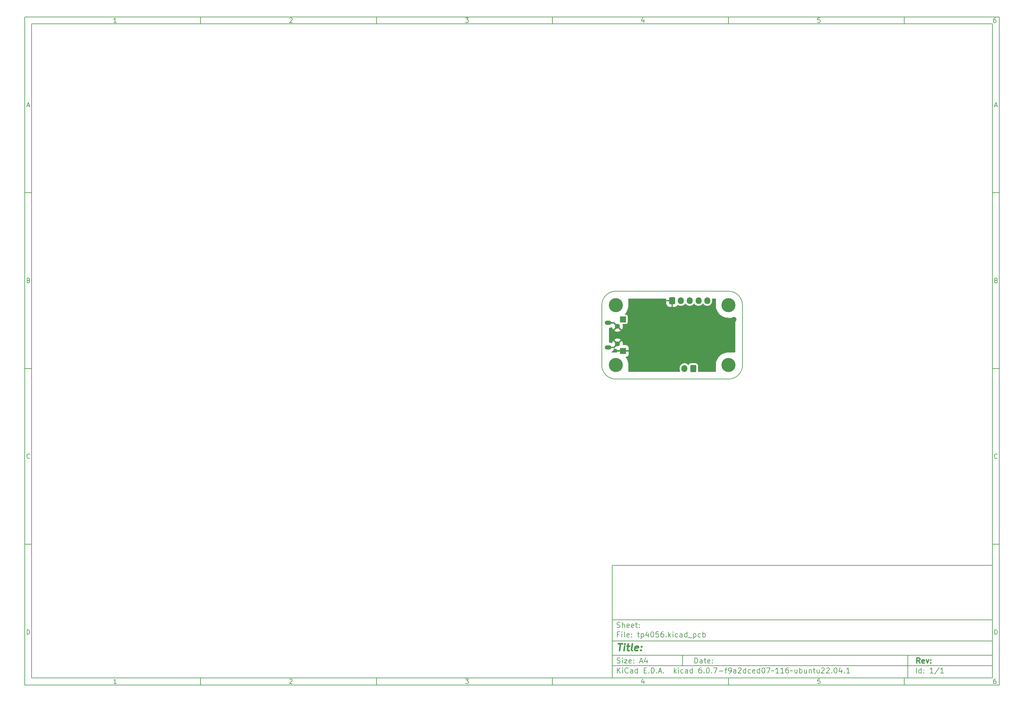
<source format=gbr>
%TF.GenerationSoftware,KiCad,Pcbnew,6.0.7-f9a2dced07~116~ubuntu22.04.1*%
%TF.CreationDate,2022-09-07T10:58:27-03:00*%
%TF.ProjectId,tp4056,74703430-3536-42e6-9b69-6361645f7063,rev?*%
%TF.SameCoordinates,Original*%
%TF.FileFunction,Copper,L2,Bot*%
%TF.FilePolarity,Positive*%
%FSLAX46Y46*%
G04 Gerber Fmt 4.6, Leading zero omitted, Abs format (unit mm)*
G04 Created by KiCad (PCBNEW 6.0.7-f9a2dced07~116~ubuntu22.04.1) date 2022-09-07 10:58:27*
%MOMM*%
%LPD*%
G01*
G04 APERTURE LIST*
G04 Aperture macros list*
%AMRoundRect*
0 Rectangle with rounded corners*
0 $1 Rounding radius*
0 $2 $3 $4 $5 $6 $7 $8 $9 X,Y pos of 4 corners*
0 Add a 4 corners polygon primitive as box body*
4,1,4,$2,$3,$4,$5,$6,$7,$8,$9,$2,$3,0*
0 Add four circle primitives for the rounded corners*
1,1,$1+$1,$2,$3*
1,1,$1+$1,$4,$5*
1,1,$1+$1,$6,$7*
1,1,$1+$1,$8,$9*
0 Add four rect primitives between the rounded corners*
20,1,$1+$1,$2,$3,$4,$5,0*
20,1,$1+$1,$4,$5,$6,$7,0*
20,1,$1+$1,$6,$7,$8,$9,0*
20,1,$1+$1,$8,$9,$2,$3,0*%
G04 Aperture macros list end*
%ADD10C,0.100000*%
%ADD11C,0.150000*%
%ADD12C,0.300000*%
%ADD13C,0.400000*%
%TA.AperFunction,Profile*%
%ADD14C,0.150000*%
%TD*%
%TA.AperFunction,ComponentPad*%
%ADD15O,1.900000X1.200000*%
%TD*%
%TA.AperFunction,ComponentPad*%
%ADD16C,1.450000*%
%TD*%
%TA.AperFunction,ComponentPad*%
%ADD17RoundRect,0.250000X-0.600000X-0.725000X0.600000X-0.725000X0.600000X0.725000X-0.600000X0.725000X0*%
%TD*%
%TA.AperFunction,ComponentPad*%
%ADD18O,1.700000X1.950000*%
%TD*%
%TA.AperFunction,ComponentPad*%
%ADD19R,1.700000X1.700000*%
%TD*%
%TA.AperFunction,ComponentPad*%
%ADD20RoundRect,0.250000X0.600000X0.750000X-0.600000X0.750000X-0.600000X-0.750000X0.600000X-0.750000X0*%
%TD*%
%TA.AperFunction,ComponentPad*%
%ADD21O,1.700000X2.000000*%
%TD*%
%TA.AperFunction,WasherPad*%
%ADD22C,4.000000*%
%TD*%
%TA.AperFunction,ViaPad*%
%ADD23C,1.500000*%
%TD*%
G04 APERTURE END LIST*
D10*
D11*
X177002200Y-166007200D02*
X177002200Y-198007200D01*
X285002200Y-198007200D01*
X285002200Y-166007200D01*
X177002200Y-166007200D01*
D10*
D11*
X10000000Y-10000000D02*
X10000000Y-200007200D01*
X287002200Y-200007200D01*
X287002200Y-10000000D01*
X10000000Y-10000000D01*
D10*
D11*
X12000000Y-12000000D02*
X12000000Y-198007200D01*
X285002200Y-198007200D01*
X285002200Y-12000000D01*
X12000000Y-12000000D01*
D10*
D11*
X60000000Y-12000000D02*
X60000000Y-10000000D01*
D10*
D11*
X110000000Y-12000000D02*
X110000000Y-10000000D01*
D10*
D11*
X160000000Y-12000000D02*
X160000000Y-10000000D01*
D10*
D11*
X210000000Y-12000000D02*
X210000000Y-10000000D01*
D10*
D11*
X260000000Y-12000000D02*
X260000000Y-10000000D01*
D10*
D11*
X36065476Y-11588095D02*
X35322619Y-11588095D01*
X35694047Y-11588095D02*
X35694047Y-10288095D01*
X35570238Y-10473809D01*
X35446428Y-10597619D01*
X35322619Y-10659523D01*
D10*
D11*
X85322619Y-10411904D02*
X85384523Y-10350000D01*
X85508333Y-10288095D01*
X85817857Y-10288095D01*
X85941666Y-10350000D01*
X86003571Y-10411904D01*
X86065476Y-10535714D01*
X86065476Y-10659523D01*
X86003571Y-10845238D01*
X85260714Y-11588095D01*
X86065476Y-11588095D01*
D10*
D11*
X135260714Y-10288095D02*
X136065476Y-10288095D01*
X135632142Y-10783333D01*
X135817857Y-10783333D01*
X135941666Y-10845238D01*
X136003571Y-10907142D01*
X136065476Y-11030952D01*
X136065476Y-11340476D01*
X136003571Y-11464285D01*
X135941666Y-11526190D01*
X135817857Y-11588095D01*
X135446428Y-11588095D01*
X135322619Y-11526190D01*
X135260714Y-11464285D01*
D10*
D11*
X185941666Y-10721428D02*
X185941666Y-11588095D01*
X185632142Y-10226190D02*
X185322619Y-11154761D01*
X186127380Y-11154761D01*
D10*
D11*
X236003571Y-10288095D02*
X235384523Y-10288095D01*
X235322619Y-10907142D01*
X235384523Y-10845238D01*
X235508333Y-10783333D01*
X235817857Y-10783333D01*
X235941666Y-10845238D01*
X236003571Y-10907142D01*
X236065476Y-11030952D01*
X236065476Y-11340476D01*
X236003571Y-11464285D01*
X235941666Y-11526190D01*
X235817857Y-11588095D01*
X235508333Y-11588095D01*
X235384523Y-11526190D01*
X235322619Y-11464285D01*
D10*
D11*
X285941666Y-10288095D02*
X285694047Y-10288095D01*
X285570238Y-10350000D01*
X285508333Y-10411904D01*
X285384523Y-10597619D01*
X285322619Y-10845238D01*
X285322619Y-11340476D01*
X285384523Y-11464285D01*
X285446428Y-11526190D01*
X285570238Y-11588095D01*
X285817857Y-11588095D01*
X285941666Y-11526190D01*
X286003571Y-11464285D01*
X286065476Y-11340476D01*
X286065476Y-11030952D01*
X286003571Y-10907142D01*
X285941666Y-10845238D01*
X285817857Y-10783333D01*
X285570238Y-10783333D01*
X285446428Y-10845238D01*
X285384523Y-10907142D01*
X285322619Y-11030952D01*
D10*
D11*
X60000000Y-198007200D02*
X60000000Y-200007200D01*
D10*
D11*
X110000000Y-198007200D02*
X110000000Y-200007200D01*
D10*
D11*
X160000000Y-198007200D02*
X160000000Y-200007200D01*
D10*
D11*
X210000000Y-198007200D02*
X210000000Y-200007200D01*
D10*
D11*
X260000000Y-198007200D02*
X260000000Y-200007200D01*
D10*
D11*
X36065476Y-199595295D02*
X35322619Y-199595295D01*
X35694047Y-199595295D02*
X35694047Y-198295295D01*
X35570238Y-198481009D01*
X35446428Y-198604819D01*
X35322619Y-198666723D01*
D10*
D11*
X85322619Y-198419104D02*
X85384523Y-198357200D01*
X85508333Y-198295295D01*
X85817857Y-198295295D01*
X85941666Y-198357200D01*
X86003571Y-198419104D01*
X86065476Y-198542914D01*
X86065476Y-198666723D01*
X86003571Y-198852438D01*
X85260714Y-199595295D01*
X86065476Y-199595295D01*
D10*
D11*
X135260714Y-198295295D02*
X136065476Y-198295295D01*
X135632142Y-198790533D01*
X135817857Y-198790533D01*
X135941666Y-198852438D01*
X136003571Y-198914342D01*
X136065476Y-199038152D01*
X136065476Y-199347676D01*
X136003571Y-199471485D01*
X135941666Y-199533390D01*
X135817857Y-199595295D01*
X135446428Y-199595295D01*
X135322619Y-199533390D01*
X135260714Y-199471485D01*
D10*
D11*
X185941666Y-198728628D02*
X185941666Y-199595295D01*
X185632142Y-198233390D02*
X185322619Y-199161961D01*
X186127380Y-199161961D01*
D10*
D11*
X236003571Y-198295295D02*
X235384523Y-198295295D01*
X235322619Y-198914342D01*
X235384523Y-198852438D01*
X235508333Y-198790533D01*
X235817857Y-198790533D01*
X235941666Y-198852438D01*
X236003571Y-198914342D01*
X236065476Y-199038152D01*
X236065476Y-199347676D01*
X236003571Y-199471485D01*
X235941666Y-199533390D01*
X235817857Y-199595295D01*
X235508333Y-199595295D01*
X235384523Y-199533390D01*
X235322619Y-199471485D01*
D10*
D11*
X285941666Y-198295295D02*
X285694047Y-198295295D01*
X285570238Y-198357200D01*
X285508333Y-198419104D01*
X285384523Y-198604819D01*
X285322619Y-198852438D01*
X285322619Y-199347676D01*
X285384523Y-199471485D01*
X285446428Y-199533390D01*
X285570238Y-199595295D01*
X285817857Y-199595295D01*
X285941666Y-199533390D01*
X286003571Y-199471485D01*
X286065476Y-199347676D01*
X286065476Y-199038152D01*
X286003571Y-198914342D01*
X285941666Y-198852438D01*
X285817857Y-198790533D01*
X285570238Y-198790533D01*
X285446428Y-198852438D01*
X285384523Y-198914342D01*
X285322619Y-199038152D01*
D10*
D11*
X10000000Y-60000000D02*
X12000000Y-60000000D01*
D10*
D11*
X10000000Y-110000000D02*
X12000000Y-110000000D01*
D10*
D11*
X10000000Y-160000000D02*
X12000000Y-160000000D01*
D10*
D11*
X10690476Y-35216666D02*
X11309523Y-35216666D01*
X10566666Y-35588095D02*
X11000000Y-34288095D01*
X11433333Y-35588095D01*
D10*
D11*
X11092857Y-84907142D02*
X11278571Y-84969047D01*
X11340476Y-85030952D01*
X11402380Y-85154761D01*
X11402380Y-85340476D01*
X11340476Y-85464285D01*
X11278571Y-85526190D01*
X11154761Y-85588095D01*
X10659523Y-85588095D01*
X10659523Y-84288095D01*
X11092857Y-84288095D01*
X11216666Y-84350000D01*
X11278571Y-84411904D01*
X11340476Y-84535714D01*
X11340476Y-84659523D01*
X11278571Y-84783333D01*
X11216666Y-84845238D01*
X11092857Y-84907142D01*
X10659523Y-84907142D01*
D10*
D11*
X11402380Y-135464285D02*
X11340476Y-135526190D01*
X11154761Y-135588095D01*
X11030952Y-135588095D01*
X10845238Y-135526190D01*
X10721428Y-135402380D01*
X10659523Y-135278571D01*
X10597619Y-135030952D01*
X10597619Y-134845238D01*
X10659523Y-134597619D01*
X10721428Y-134473809D01*
X10845238Y-134350000D01*
X11030952Y-134288095D01*
X11154761Y-134288095D01*
X11340476Y-134350000D01*
X11402380Y-134411904D01*
D10*
D11*
X10659523Y-185588095D02*
X10659523Y-184288095D01*
X10969047Y-184288095D01*
X11154761Y-184350000D01*
X11278571Y-184473809D01*
X11340476Y-184597619D01*
X11402380Y-184845238D01*
X11402380Y-185030952D01*
X11340476Y-185278571D01*
X11278571Y-185402380D01*
X11154761Y-185526190D01*
X10969047Y-185588095D01*
X10659523Y-185588095D01*
D10*
D11*
X287002200Y-60000000D02*
X285002200Y-60000000D01*
D10*
D11*
X287002200Y-110000000D02*
X285002200Y-110000000D01*
D10*
D11*
X287002200Y-160000000D02*
X285002200Y-160000000D01*
D10*
D11*
X285692676Y-35216666D02*
X286311723Y-35216666D01*
X285568866Y-35588095D02*
X286002200Y-34288095D01*
X286435533Y-35588095D01*
D10*
D11*
X286095057Y-84907142D02*
X286280771Y-84969047D01*
X286342676Y-85030952D01*
X286404580Y-85154761D01*
X286404580Y-85340476D01*
X286342676Y-85464285D01*
X286280771Y-85526190D01*
X286156961Y-85588095D01*
X285661723Y-85588095D01*
X285661723Y-84288095D01*
X286095057Y-84288095D01*
X286218866Y-84350000D01*
X286280771Y-84411904D01*
X286342676Y-84535714D01*
X286342676Y-84659523D01*
X286280771Y-84783333D01*
X286218866Y-84845238D01*
X286095057Y-84907142D01*
X285661723Y-84907142D01*
D10*
D11*
X286404580Y-135464285D02*
X286342676Y-135526190D01*
X286156961Y-135588095D01*
X286033152Y-135588095D01*
X285847438Y-135526190D01*
X285723628Y-135402380D01*
X285661723Y-135278571D01*
X285599819Y-135030952D01*
X285599819Y-134845238D01*
X285661723Y-134597619D01*
X285723628Y-134473809D01*
X285847438Y-134350000D01*
X286033152Y-134288095D01*
X286156961Y-134288095D01*
X286342676Y-134350000D01*
X286404580Y-134411904D01*
D10*
D11*
X285661723Y-185588095D02*
X285661723Y-184288095D01*
X285971247Y-184288095D01*
X286156961Y-184350000D01*
X286280771Y-184473809D01*
X286342676Y-184597619D01*
X286404580Y-184845238D01*
X286404580Y-185030952D01*
X286342676Y-185278571D01*
X286280771Y-185402380D01*
X286156961Y-185526190D01*
X285971247Y-185588095D01*
X285661723Y-185588095D01*
D10*
D11*
X200434342Y-193785771D02*
X200434342Y-192285771D01*
X200791485Y-192285771D01*
X201005771Y-192357200D01*
X201148628Y-192500057D01*
X201220057Y-192642914D01*
X201291485Y-192928628D01*
X201291485Y-193142914D01*
X201220057Y-193428628D01*
X201148628Y-193571485D01*
X201005771Y-193714342D01*
X200791485Y-193785771D01*
X200434342Y-193785771D01*
X202577200Y-193785771D02*
X202577200Y-193000057D01*
X202505771Y-192857200D01*
X202362914Y-192785771D01*
X202077200Y-192785771D01*
X201934342Y-192857200D01*
X202577200Y-193714342D02*
X202434342Y-193785771D01*
X202077200Y-193785771D01*
X201934342Y-193714342D01*
X201862914Y-193571485D01*
X201862914Y-193428628D01*
X201934342Y-193285771D01*
X202077200Y-193214342D01*
X202434342Y-193214342D01*
X202577200Y-193142914D01*
X203077200Y-192785771D02*
X203648628Y-192785771D01*
X203291485Y-192285771D02*
X203291485Y-193571485D01*
X203362914Y-193714342D01*
X203505771Y-193785771D01*
X203648628Y-193785771D01*
X204720057Y-193714342D02*
X204577200Y-193785771D01*
X204291485Y-193785771D01*
X204148628Y-193714342D01*
X204077200Y-193571485D01*
X204077200Y-193000057D01*
X204148628Y-192857200D01*
X204291485Y-192785771D01*
X204577200Y-192785771D01*
X204720057Y-192857200D01*
X204791485Y-193000057D01*
X204791485Y-193142914D01*
X204077200Y-193285771D01*
X205434342Y-193642914D02*
X205505771Y-193714342D01*
X205434342Y-193785771D01*
X205362914Y-193714342D01*
X205434342Y-193642914D01*
X205434342Y-193785771D01*
X205434342Y-192857200D02*
X205505771Y-192928628D01*
X205434342Y-193000057D01*
X205362914Y-192928628D01*
X205434342Y-192857200D01*
X205434342Y-193000057D01*
D10*
D11*
X177002200Y-194507200D02*
X285002200Y-194507200D01*
D10*
D11*
X178434342Y-196585771D02*
X178434342Y-195085771D01*
X179291485Y-196585771D02*
X178648628Y-195728628D01*
X179291485Y-195085771D02*
X178434342Y-195942914D01*
X179934342Y-196585771D02*
X179934342Y-195585771D01*
X179934342Y-195085771D02*
X179862914Y-195157200D01*
X179934342Y-195228628D01*
X180005771Y-195157200D01*
X179934342Y-195085771D01*
X179934342Y-195228628D01*
X181505771Y-196442914D02*
X181434342Y-196514342D01*
X181220057Y-196585771D01*
X181077200Y-196585771D01*
X180862914Y-196514342D01*
X180720057Y-196371485D01*
X180648628Y-196228628D01*
X180577200Y-195942914D01*
X180577200Y-195728628D01*
X180648628Y-195442914D01*
X180720057Y-195300057D01*
X180862914Y-195157200D01*
X181077200Y-195085771D01*
X181220057Y-195085771D01*
X181434342Y-195157200D01*
X181505771Y-195228628D01*
X182791485Y-196585771D02*
X182791485Y-195800057D01*
X182720057Y-195657200D01*
X182577200Y-195585771D01*
X182291485Y-195585771D01*
X182148628Y-195657200D01*
X182791485Y-196514342D02*
X182648628Y-196585771D01*
X182291485Y-196585771D01*
X182148628Y-196514342D01*
X182077200Y-196371485D01*
X182077200Y-196228628D01*
X182148628Y-196085771D01*
X182291485Y-196014342D01*
X182648628Y-196014342D01*
X182791485Y-195942914D01*
X184148628Y-196585771D02*
X184148628Y-195085771D01*
X184148628Y-196514342D02*
X184005771Y-196585771D01*
X183720057Y-196585771D01*
X183577200Y-196514342D01*
X183505771Y-196442914D01*
X183434342Y-196300057D01*
X183434342Y-195871485D01*
X183505771Y-195728628D01*
X183577200Y-195657200D01*
X183720057Y-195585771D01*
X184005771Y-195585771D01*
X184148628Y-195657200D01*
X186005771Y-195800057D02*
X186505771Y-195800057D01*
X186720057Y-196585771D02*
X186005771Y-196585771D01*
X186005771Y-195085771D01*
X186720057Y-195085771D01*
X187362914Y-196442914D02*
X187434342Y-196514342D01*
X187362914Y-196585771D01*
X187291485Y-196514342D01*
X187362914Y-196442914D01*
X187362914Y-196585771D01*
X188077200Y-196585771D02*
X188077200Y-195085771D01*
X188434342Y-195085771D01*
X188648628Y-195157200D01*
X188791485Y-195300057D01*
X188862914Y-195442914D01*
X188934342Y-195728628D01*
X188934342Y-195942914D01*
X188862914Y-196228628D01*
X188791485Y-196371485D01*
X188648628Y-196514342D01*
X188434342Y-196585771D01*
X188077200Y-196585771D01*
X189577200Y-196442914D02*
X189648628Y-196514342D01*
X189577200Y-196585771D01*
X189505771Y-196514342D01*
X189577200Y-196442914D01*
X189577200Y-196585771D01*
X190220057Y-196157200D02*
X190934342Y-196157200D01*
X190077200Y-196585771D02*
X190577200Y-195085771D01*
X191077200Y-196585771D01*
X191577200Y-196442914D02*
X191648628Y-196514342D01*
X191577200Y-196585771D01*
X191505771Y-196514342D01*
X191577200Y-196442914D01*
X191577200Y-196585771D01*
X194577200Y-196585771D02*
X194577200Y-195085771D01*
X194720057Y-196014342D02*
X195148628Y-196585771D01*
X195148628Y-195585771D02*
X194577200Y-196157200D01*
X195791485Y-196585771D02*
X195791485Y-195585771D01*
X195791485Y-195085771D02*
X195720057Y-195157200D01*
X195791485Y-195228628D01*
X195862914Y-195157200D01*
X195791485Y-195085771D01*
X195791485Y-195228628D01*
X197148628Y-196514342D02*
X197005771Y-196585771D01*
X196720057Y-196585771D01*
X196577200Y-196514342D01*
X196505771Y-196442914D01*
X196434342Y-196300057D01*
X196434342Y-195871485D01*
X196505771Y-195728628D01*
X196577200Y-195657200D01*
X196720057Y-195585771D01*
X197005771Y-195585771D01*
X197148628Y-195657200D01*
X198434342Y-196585771D02*
X198434342Y-195800057D01*
X198362914Y-195657200D01*
X198220057Y-195585771D01*
X197934342Y-195585771D01*
X197791485Y-195657200D01*
X198434342Y-196514342D02*
X198291485Y-196585771D01*
X197934342Y-196585771D01*
X197791485Y-196514342D01*
X197720057Y-196371485D01*
X197720057Y-196228628D01*
X197791485Y-196085771D01*
X197934342Y-196014342D01*
X198291485Y-196014342D01*
X198434342Y-195942914D01*
X199791485Y-196585771D02*
X199791485Y-195085771D01*
X199791485Y-196514342D02*
X199648628Y-196585771D01*
X199362914Y-196585771D01*
X199220057Y-196514342D01*
X199148628Y-196442914D01*
X199077200Y-196300057D01*
X199077200Y-195871485D01*
X199148628Y-195728628D01*
X199220057Y-195657200D01*
X199362914Y-195585771D01*
X199648628Y-195585771D01*
X199791485Y-195657200D01*
X202291485Y-195085771D02*
X202005771Y-195085771D01*
X201862914Y-195157200D01*
X201791485Y-195228628D01*
X201648628Y-195442914D01*
X201577200Y-195728628D01*
X201577200Y-196300057D01*
X201648628Y-196442914D01*
X201720057Y-196514342D01*
X201862914Y-196585771D01*
X202148628Y-196585771D01*
X202291485Y-196514342D01*
X202362914Y-196442914D01*
X202434342Y-196300057D01*
X202434342Y-195942914D01*
X202362914Y-195800057D01*
X202291485Y-195728628D01*
X202148628Y-195657200D01*
X201862914Y-195657200D01*
X201720057Y-195728628D01*
X201648628Y-195800057D01*
X201577200Y-195942914D01*
X203077200Y-196442914D02*
X203148628Y-196514342D01*
X203077200Y-196585771D01*
X203005771Y-196514342D01*
X203077200Y-196442914D01*
X203077200Y-196585771D01*
X204077200Y-195085771D02*
X204220057Y-195085771D01*
X204362914Y-195157200D01*
X204434342Y-195228628D01*
X204505771Y-195371485D01*
X204577200Y-195657200D01*
X204577200Y-196014342D01*
X204505771Y-196300057D01*
X204434342Y-196442914D01*
X204362914Y-196514342D01*
X204220057Y-196585771D01*
X204077200Y-196585771D01*
X203934342Y-196514342D01*
X203862914Y-196442914D01*
X203791485Y-196300057D01*
X203720057Y-196014342D01*
X203720057Y-195657200D01*
X203791485Y-195371485D01*
X203862914Y-195228628D01*
X203934342Y-195157200D01*
X204077200Y-195085771D01*
X205220057Y-196442914D02*
X205291485Y-196514342D01*
X205220057Y-196585771D01*
X205148628Y-196514342D01*
X205220057Y-196442914D01*
X205220057Y-196585771D01*
X205791485Y-195085771D02*
X206791485Y-195085771D01*
X206148628Y-196585771D01*
X207362914Y-196014342D02*
X208505771Y-196014342D01*
X209005771Y-195585771D02*
X209577200Y-195585771D01*
X209220057Y-196585771D02*
X209220057Y-195300057D01*
X209291485Y-195157200D01*
X209434342Y-195085771D01*
X209577200Y-195085771D01*
X210148628Y-196585771D02*
X210434342Y-196585771D01*
X210577200Y-196514342D01*
X210648628Y-196442914D01*
X210791485Y-196228628D01*
X210862914Y-195942914D01*
X210862914Y-195371485D01*
X210791485Y-195228628D01*
X210720057Y-195157200D01*
X210577200Y-195085771D01*
X210291485Y-195085771D01*
X210148628Y-195157200D01*
X210077200Y-195228628D01*
X210005771Y-195371485D01*
X210005771Y-195728628D01*
X210077200Y-195871485D01*
X210148628Y-195942914D01*
X210291485Y-196014342D01*
X210577200Y-196014342D01*
X210720057Y-195942914D01*
X210791485Y-195871485D01*
X210862914Y-195728628D01*
X212148628Y-196585771D02*
X212148628Y-195800057D01*
X212077200Y-195657200D01*
X211934342Y-195585771D01*
X211648628Y-195585771D01*
X211505771Y-195657200D01*
X212148628Y-196514342D02*
X212005771Y-196585771D01*
X211648628Y-196585771D01*
X211505771Y-196514342D01*
X211434342Y-196371485D01*
X211434342Y-196228628D01*
X211505771Y-196085771D01*
X211648628Y-196014342D01*
X212005771Y-196014342D01*
X212148628Y-195942914D01*
X212791485Y-195228628D02*
X212862914Y-195157200D01*
X213005771Y-195085771D01*
X213362914Y-195085771D01*
X213505771Y-195157200D01*
X213577200Y-195228628D01*
X213648628Y-195371485D01*
X213648628Y-195514342D01*
X213577200Y-195728628D01*
X212720057Y-196585771D01*
X213648628Y-196585771D01*
X214934342Y-196585771D02*
X214934342Y-195085771D01*
X214934342Y-196514342D02*
X214791485Y-196585771D01*
X214505771Y-196585771D01*
X214362914Y-196514342D01*
X214291485Y-196442914D01*
X214220057Y-196300057D01*
X214220057Y-195871485D01*
X214291485Y-195728628D01*
X214362914Y-195657200D01*
X214505771Y-195585771D01*
X214791485Y-195585771D01*
X214934342Y-195657200D01*
X216291485Y-196514342D02*
X216148628Y-196585771D01*
X215862914Y-196585771D01*
X215720057Y-196514342D01*
X215648628Y-196442914D01*
X215577200Y-196300057D01*
X215577200Y-195871485D01*
X215648628Y-195728628D01*
X215720057Y-195657200D01*
X215862914Y-195585771D01*
X216148628Y-195585771D01*
X216291485Y-195657200D01*
X217505771Y-196514342D02*
X217362914Y-196585771D01*
X217077200Y-196585771D01*
X216934342Y-196514342D01*
X216862914Y-196371485D01*
X216862914Y-195800057D01*
X216934342Y-195657200D01*
X217077200Y-195585771D01*
X217362914Y-195585771D01*
X217505771Y-195657200D01*
X217577200Y-195800057D01*
X217577200Y-195942914D01*
X216862914Y-196085771D01*
X218862914Y-196585771D02*
X218862914Y-195085771D01*
X218862914Y-196514342D02*
X218720057Y-196585771D01*
X218434342Y-196585771D01*
X218291485Y-196514342D01*
X218220057Y-196442914D01*
X218148628Y-196300057D01*
X218148628Y-195871485D01*
X218220057Y-195728628D01*
X218291485Y-195657200D01*
X218434342Y-195585771D01*
X218720057Y-195585771D01*
X218862914Y-195657200D01*
X219862914Y-195085771D02*
X220005771Y-195085771D01*
X220148628Y-195157200D01*
X220220057Y-195228628D01*
X220291485Y-195371485D01*
X220362914Y-195657200D01*
X220362914Y-196014342D01*
X220291485Y-196300057D01*
X220220057Y-196442914D01*
X220148628Y-196514342D01*
X220005771Y-196585771D01*
X219862914Y-196585771D01*
X219720057Y-196514342D01*
X219648628Y-196442914D01*
X219577200Y-196300057D01*
X219505771Y-196014342D01*
X219505771Y-195657200D01*
X219577200Y-195371485D01*
X219648628Y-195228628D01*
X219720057Y-195157200D01*
X219862914Y-195085771D01*
X220862914Y-195085771D02*
X221862914Y-195085771D01*
X221220057Y-196585771D01*
X222220057Y-196014342D02*
X222291485Y-195942914D01*
X222434342Y-195871485D01*
X222720057Y-196014342D01*
X222862914Y-195942914D01*
X222934342Y-195871485D01*
X224291485Y-196585771D02*
X223434342Y-196585771D01*
X223862914Y-196585771D02*
X223862914Y-195085771D01*
X223720057Y-195300057D01*
X223577200Y-195442914D01*
X223434342Y-195514342D01*
X225720057Y-196585771D02*
X224862914Y-196585771D01*
X225291485Y-196585771D02*
X225291485Y-195085771D01*
X225148628Y-195300057D01*
X225005771Y-195442914D01*
X224862914Y-195514342D01*
X227005771Y-195085771D02*
X226720057Y-195085771D01*
X226577200Y-195157200D01*
X226505771Y-195228628D01*
X226362914Y-195442914D01*
X226291485Y-195728628D01*
X226291485Y-196300057D01*
X226362914Y-196442914D01*
X226434342Y-196514342D01*
X226577200Y-196585771D01*
X226862914Y-196585771D01*
X227005771Y-196514342D01*
X227077200Y-196442914D01*
X227148628Y-196300057D01*
X227148628Y-195942914D01*
X227077200Y-195800057D01*
X227005771Y-195728628D01*
X226862914Y-195657200D01*
X226577200Y-195657200D01*
X226434342Y-195728628D01*
X226362914Y-195800057D01*
X226291485Y-195942914D01*
X227577199Y-196014342D02*
X227648628Y-195942914D01*
X227791485Y-195871485D01*
X228077199Y-196014342D01*
X228220057Y-195942914D01*
X228291485Y-195871485D01*
X229505771Y-195585771D02*
X229505771Y-196585771D01*
X228862914Y-195585771D02*
X228862914Y-196371485D01*
X228934342Y-196514342D01*
X229077200Y-196585771D01*
X229291485Y-196585771D01*
X229434342Y-196514342D01*
X229505771Y-196442914D01*
X230220057Y-196585771D02*
X230220057Y-195085771D01*
X230220057Y-195657200D02*
X230362914Y-195585771D01*
X230648628Y-195585771D01*
X230791485Y-195657200D01*
X230862914Y-195728628D01*
X230934342Y-195871485D01*
X230934342Y-196300057D01*
X230862914Y-196442914D01*
X230791485Y-196514342D01*
X230648628Y-196585771D01*
X230362914Y-196585771D01*
X230220057Y-196514342D01*
X232220057Y-195585771D02*
X232220057Y-196585771D01*
X231577200Y-195585771D02*
X231577200Y-196371485D01*
X231648628Y-196514342D01*
X231791485Y-196585771D01*
X232005771Y-196585771D01*
X232148628Y-196514342D01*
X232220057Y-196442914D01*
X232934342Y-195585771D02*
X232934342Y-196585771D01*
X232934342Y-195728628D02*
X233005771Y-195657200D01*
X233148628Y-195585771D01*
X233362914Y-195585771D01*
X233505771Y-195657200D01*
X233577200Y-195800057D01*
X233577200Y-196585771D01*
X234077200Y-195585771D02*
X234648628Y-195585771D01*
X234291485Y-195085771D02*
X234291485Y-196371485D01*
X234362914Y-196514342D01*
X234505771Y-196585771D01*
X234648628Y-196585771D01*
X235791485Y-195585771D02*
X235791485Y-196585771D01*
X235148628Y-195585771D02*
X235148628Y-196371485D01*
X235220057Y-196514342D01*
X235362914Y-196585771D01*
X235577200Y-196585771D01*
X235720057Y-196514342D01*
X235791485Y-196442914D01*
X236434342Y-195228628D02*
X236505771Y-195157200D01*
X236648628Y-195085771D01*
X237005771Y-195085771D01*
X237148628Y-195157200D01*
X237220057Y-195228628D01*
X237291485Y-195371485D01*
X237291485Y-195514342D01*
X237220057Y-195728628D01*
X236362914Y-196585771D01*
X237291485Y-196585771D01*
X237862914Y-195228628D02*
X237934342Y-195157200D01*
X238077200Y-195085771D01*
X238434342Y-195085771D01*
X238577200Y-195157200D01*
X238648628Y-195228628D01*
X238720057Y-195371485D01*
X238720057Y-195514342D01*
X238648628Y-195728628D01*
X237791485Y-196585771D01*
X238720057Y-196585771D01*
X239362914Y-196442914D02*
X239434342Y-196514342D01*
X239362914Y-196585771D01*
X239291485Y-196514342D01*
X239362914Y-196442914D01*
X239362914Y-196585771D01*
X240362914Y-195085771D02*
X240505771Y-195085771D01*
X240648628Y-195157200D01*
X240720057Y-195228628D01*
X240791485Y-195371485D01*
X240862914Y-195657200D01*
X240862914Y-196014342D01*
X240791485Y-196300057D01*
X240720057Y-196442914D01*
X240648628Y-196514342D01*
X240505771Y-196585771D01*
X240362914Y-196585771D01*
X240220057Y-196514342D01*
X240148628Y-196442914D01*
X240077200Y-196300057D01*
X240005771Y-196014342D01*
X240005771Y-195657200D01*
X240077200Y-195371485D01*
X240148628Y-195228628D01*
X240220057Y-195157200D01*
X240362914Y-195085771D01*
X242148628Y-195585771D02*
X242148628Y-196585771D01*
X241791485Y-195014342D02*
X241434342Y-196085771D01*
X242362914Y-196085771D01*
X242934342Y-196442914D02*
X243005771Y-196514342D01*
X242934342Y-196585771D01*
X242862914Y-196514342D01*
X242934342Y-196442914D01*
X242934342Y-196585771D01*
X244434342Y-196585771D02*
X243577199Y-196585771D01*
X244005771Y-196585771D02*
X244005771Y-195085771D01*
X243862914Y-195300057D01*
X243720057Y-195442914D01*
X243577199Y-195514342D01*
D10*
D11*
X177002200Y-191507200D02*
X285002200Y-191507200D01*
D10*
D12*
X264411485Y-193785771D02*
X263911485Y-193071485D01*
X263554342Y-193785771D02*
X263554342Y-192285771D01*
X264125771Y-192285771D01*
X264268628Y-192357200D01*
X264340057Y-192428628D01*
X264411485Y-192571485D01*
X264411485Y-192785771D01*
X264340057Y-192928628D01*
X264268628Y-193000057D01*
X264125771Y-193071485D01*
X263554342Y-193071485D01*
X265625771Y-193714342D02*
X265482914Y-193785771D01*
X265197200Y-193785771D01*
X265054342Y-193714342D01*
X264982914Y-193571485D01*
X264982914Y-193000057D01*
X265054342Y-192857200D01*
X265197200Y-192785771D01*
X265482914Y-192785771D01*
X265625771Y-192857200D01*
X265697200Y-193000057D01*
X265697200Y-193142914D01*
X264982914Y-193285771D01*
X266197200Y-192785771D02*
X266554342Y-193785771D01*
X266911485Y-192785771D01*
X267482914Y-193642914D02*
X267554342Y-193714342D01*
X267482914Y-193785771D01*
X267411485Y-193714342D01*
X267482914Y-193642914D01*
X267482914Y-193785771D01*
X267482914Y-192857200D02*
X267554342Y-192928628D01*
X267482914Y-193000057D01*
X267411485Y-192928628D01*
X267482914Y-192857200D01*
X267482914Y-193000057D01*
D10*
D11*
X178362914Y-193714342D02*
X178577200Y-193785771D01*
X178934342Y-193785771D01*
X179077200Y-193714342D01*
X179148628Y-193642914D01*
X179220057Y-193500057D01*
X179220057Y-193357200D01*
X179148628Y-193214342D01*
X179077200Y-193142914D01*
X178934342Y-193071485D01*
X178648628Y-193000057D01*
X178505771Y-192928628D01*
X178434342Y-192857200D01*
X178362914Y-192714342D01*
X178362914Y-192571485D01*
X178434342Y-192428628D01*
X178505771Y-192357200D01*
X178648628Y-192285771D01*
X179005771Y-192285771D01*
X179220057Y-192357200D01*
X179862914Y-193785771D02*
X179862914Y-192785771D01*
X179862914Y-192285771D02*
X179791485Y-192357200D01*
X179862914Y-192428628D01*
X179934342Y-192357200D01*
X179862914Y-192285771D01*
X179862914Y-192428628D01*
X180434342Y-192785771D02*
X181220057Y-192785771D01*
X180434342Y-193785771D01*
X181220057Y-193785771D01*
X182362914Y-193714342D02*
X182220057Y-193785771D01*
X181934342Y-193785771D01*
X181791485Y-193714342D01*
X181720057Y-193571485D01*
X181720057Y-193000057D01*
X181791485Y-192857200D01*
X181934342Y-192785771D01*
X182220057Y-192785771D01*
X182362914Y-192857200D01*
X182434342Y-193000057D01*
X182434342Y-193142914D01*
X181720057Y-193285771D01*
X183077200Y-193642914D02*
X183148628Y-193714342D01*
X183077200Y-193785771D01*
X183005771Y-193714342D01*
X183077200Y-193642914D01*
X183077200Y-193785771D01*
X183077200Y-192857200D02*
X183148628Y-192928628D01*
X183077200Y-193000057D01*
X183005771Y-192928628D01*
X183077200Y-192857200D01*
X183077200Y-193000057D01*
X184862914Y-193357200D02*
X185577200Y-193357200D01*
X184720057Y-193785771D02*
X185220057Y-192285771D01*
X185720057Y-193785771D01*
X186862914Y-192785771D02*
X186862914Y-193785771D01*
X186505771Y-192214342D02*
X186148628Y-193285771D01*
X187077200Y-193285771D01*
D10*
D11*
X263434342Y-196585771D02*
X263434342Y-195085771D01*
X264791485Y-196585771D02*
X264791485Y-195085771D01*
X264791485Y-196514342D02*
X264648628Y-196585771D01*
X264362914Y-196585771D01*
X264220057Y-196514342D01*
X264148628Y-196442914D01*
X264077200Y-196300057D01*
X264077200Y-195871485D01*
X264148628Y-195728628D01*
X264220057Y-195657200D01*
X264362914Y-195585771D01*
X264648628Y-195585771D01*
X264791485Y-195657200D01*
X265505771Y-196442914D02*
X265577200Y-196514342D01*
X265505771Y-196585771D01*
X265434342Y-196514342D01*
X265505771Y-196442914D01*
X265505771Y-196585771D01*
X265505771Y-195657200D02*
X265577200Y-195728628D01*
X265505771Y-195800057D01*
X265434342Y-195728628D01*
X265505771Y-195657200D01*
X265505771Y-195800057D01*
X268148628Y-196585771D02*
X267291485Y-196585771D01*
X267720057Y-196585771D02*
X267720057Y-195085771D01*
X267577200Y-195300057D01*
X267434342Y-195442914D01*
X267291485Y-195514342D01*
X269862914Y-195014342D02*
X268577200Y-196942914D01*
X271148628Y-196585771D02*
X270291485Y-196585771D01*
X270720057Y-196585771D02*
X270720057Y-195085771D01*
X270577200Y-195300057D01*
X270434342Y-195442914D01*
X270291485Y-195514342D01*
D10*
D11*
X177002200Y-187507200D02*
X285002200Y-187507200D01*
D10*
D13*
X178714580Y-188211961D02*
X179857438Y-188211961D01*
X179036009Y-190211961D02*
X179286009Y-188211961D01*
X180274104Y-190211961D02*
X180440771Y-188878628D01*
X180524104Y-188211961D02*
X180416961Y-188307200D01*
X180500295Y-188402438D01*
X180607438Y-188307200D01*
X180524104Y-188211961D01*
X180500295Y-188402438D01*
X181107438Y-188878628D02*
X181869342Y-188878628D01*
X181476485Y-188211961D02*
X181262200Y-189926247D01*
X181333628Y-190116723D01*
X181512200Y-190211961D01*
X181702676Y-190211961D01*
X182655057Y-190211961D02*
X182476485Y-190116723D01*
X182405057Y-189926247D01*
X182619342Y-188211961D01*
X184190771Y-190116723D02*
X183988390Y-190211961D01*
X183607438Y-190211961D01*
X183428866Y-190116723D01*
X183357438Y-189926247D01*
X183452676Y-189164342D01*
X183571723Y-188973866D01*
X183774104Y-188878628D01*
X184155057Y-188878628D01*
X184333628Y-188973866D01*
X184405057Y-189164342D01*
X184381247Y-189354819D01*
X183405057Y-189545295D01*
X185155057Y-190021485D02*
X185238390Y-190116723D01*
X185131247Y-190211961D01*
X185047914Y-190116723D01*
X185155057Y-190021485D01*
X185131247Y-190211961D01*
X185286009Y-188973866D02*
X185369342Y-189069104D01*
X185262200Y-189164342D01*
X185178866Y-189069104D01*
X185286009Y-188973866D01*
X185262200Y-189164342D01*
D10*
D11*
X178934342Y-185600057D02*
X178434342Y-185600057D01*
X178434342Y-186385771D02*
X178434342Y-184885771D01*
X179148628Y-184885771D01*
X179720057Y-186385771D02*
X179720057Y-185385771D01*
X179720057Y-184885771D02*
X179648628Y-184957200D01*
X179720057Y-185028628D01*
X179791485Y-184957200D01*
X179720057Y-184885771D01*
X179720057Y-185028628D01*
X180648628Y-186385771D02*
X180505771Y-186314342D01*
X180434342Y-186171485D01*
X180434342Y-184885771D01*
X181791485Y-186314342D02*
X181648628Y-186385771D01*
X181362914Y-186385771D01*
X181220057Y-186314342D01*
X181148628Y-186171485D01*
X181148628Y-185600057D01*
X181220057Y-185457200D01*
X181362914Y-185385771D01*
X181648628Y-185385771D01*
X181791485Y-185457200D01*
X181862914Y-185600057D01*
X181862914Y-185742914D01*
X181148628Y-185885771D01*
X182505771Y-186242914D02*
X182577200Y-186314342D01*
X182505771Y-186385771D01*
X182434342Y-186314342D01*
X182505771Y-186242914D01*
X182505771Y-186385771D01*
X182505771Y-185457200D02*
X182577200Y-185528628D01*
X182505771Y-185600057D01*
X182434342Y-185528628D01*
X182505771Y-185457200D01*
X182505771Y-185600057D01*
X184148628Y-185385771D02*
X184720057Y-185385771D01*
X184362914Y-184885771D02*
X184362914Y-186171485D01*
X184434342Y-186314342D01*
X184577200Y-186385771D01*
X184720057Y-186385771D01*
X185220057Y-185385771D02*
X185220057Y-186885771D01*
X185220057Y-185457200D02*
X185362914Y-185385771D01*
X185648628Y-185385771D01*
X185791485Y-185457200D01*
X185862914Y-185528628D01*
X185934342Y-185671485D01*
X185934342Y-186100057D01*
X185862914Y-186242914D01*
X185791485Y-186314342D01*
X185648628Y-186385771D01*
X185362914Y-186385771D01*
X185220057Y-186314342D01*
X187220057Y-185385771D02*
X187220057Y-186385771D01*
X186862914Y-184814342D02*
X186505771Y-185885771D01*
X187434342Y-185885771D01*
X188291485Y-184885771D02*
X188434342Y-184885771D01*
X188577200Y-184957200D01*
X188648628Y-185028628D01*
X188720057Y-185171485D01*
X188791485Y-185457200D01*
X188791485Y-185814342D01*
X188720057Y-186100057D01*
X188648628Y-186242914D01*
X188577200Y-186314342D01*
X188434342Y-186385771D01*
X188291485Y-186385771D01*
X188148628Y-186314342D01*
X188077200Y-186242914D01*
X188005771Y-186100057D01*
X187934342Y-185814342D01*
X187934342Y-185457200D01*
X188005771Y-185171485D01*
X188077200Y-185028628D01*
X188148628Y-184957200D01*
X188291485Y-184885771D01*
X190148628Y-184885771D02*
X189434342Y-184885771D01*
X189362914Y-185600057D01*
X189434342Y-185528628D01*
X189577200Y-185457200D01*
X189934342Y-185457200D01*
X190077200Y-185528628D01*
X190148628Y-185600057D01*
X190220057Y-185742914D01*
X190220057Y-186100057D01*
X190148628Y-186242914D01*
X190077200Y-186314342D01*
X189934342Y-186385771D01*
X189577200Y-186385771D01*
X189434342Y-186314342D01*
X189362914Y-186242914D01*
X191505771Y-184885771D02*
X191220057Y-184885771D01*
X191077200Y-184957200D01*
X191005771Y-185028628D01*
X190862914Y-185242914D01*
X190791485Y-185528628D01*
X190791485Y-186100057D01*
X190862914Y-186242914D01*
X190934342Y-186314342D01*
X191077200Y-186385771D01*
X191362914Y-186385771D01*
X191505771Y-186314342D01*
X191577200Y-186242914D01*
X191648628Y-186100057D01*
X191648628Y-185742914D01*
X191577200Y-185600057D01*
X191505771Y-185528628D01*
X191362914Y-185457200D01*
X191077200Y-185457200D01*
X190934342Y-185528628D01*
X190862914Y-185600057D01*
X190791485Y-185742914D01*
X192291485Y-186242914D02*
X192362914Y-186314342D01*
X192291485Y-186385771D01*
X192220057Y-186314342D01*
X192291485Y-186242914D01*
X192291485Y-186385771D01*
X193005771Y-186385771D02*
X193005771Y-184885771D01*
X193148628Y-185814342D02*
X193577200Y-186385771D01*
X193577200Y-185385771D02*
X193005771Y-185957200D01*
X194220057Y-186385771D02*
X194220057Y-185385771D01*
X194220057Y-184885771D02*
X194148628Y-184957200D01*
X194220057Y-185028628D01*
X194291485Y-184957200D01*
X194220057Y-184885771D01*
X194220057Y-185028628D01*
X195577200Y-186314342D02*
X195434342Y-186385771D01*
X195148628Y-186385771D01*
X195005771Y-186314342D01*
X194934342Y-186242914D01*
X194862914Y-186100057D01*
X194862914Y-185671485D01*
X194934342Y-185528628D01*
X195005771Y-185457200D01*
X195148628Y-185385771D01*
X195434342Y-185385771D01*
X195577200Y-185457200D01*
X196862914Y-186385771D02*
X196862914Y-185600057D01*
X196791485Y-185457200D01*
X196648628Y-185385771D01*
X196362914Y-185385771D01*
X196220057Y-185457200D01*
X196862914Y-186314342D02*
X196720057Y-186385771D01*
X196362914Y-186385771D01*
X196220057Y-186314342D01*
X196148628Y-186171485D01*
X196148628Y-186028628D01*
X196220057Y-185885771D01*
X196362914Y-185814342D01*
X196720057Y-185814342D01*
X196862914Y-185742914D01*
X198220057Y-186385771D02*
X198220057Y-184885771D01*
X198220057Y-186314342D02*
X198077200Y-186385771D01*
X197791485Y-186385771D01*
X197648628Y-186314342D01*
X197577200Y-186242914D01*
X197505771Y-186100057D01*
X197505771Y-185671485D01*
X197577200Y-185528628D01*
X197648628Y-185457200D01*
X197791485Y-185385771D01*
X198077200Y-185385771D01*
X198220057Y-185457200D01*
X198577200Y-186528628D02*
X199720057Y-186528628D01*
X200077200Y-185385771D02*
X200077200Y-186885771D01*
X200077200Y-185457200D02*
X200220057Y-185385771D01*
X200505771Y-185385771D01*
X200648628Y-185457200D01*
X200720057Y-185528628D01*
X200791485Y-185671485D01*
X200791485Y-186100057D01*
X200720057Y-186242914D01*
X200648628Y-186314342D01*
X200505771Y-186385771D01*
X200220057Y-186385771D01*
X200077200Y-186314342D01*
X202077200Y-186314342D02*
X201934342Y-186385771D01*
X201648628Y-186385771D01*
X201505771Y-186314342D01*
X201434342Y-186242914D01*
X201362914Y-186100057D01*
X201362914Y-185671485D01*
X201434342Y-185528628D01*
X201505771Y-185457200D01*
X201648628Y-185385771D01*
X201934342Y-185385771D01*
X202077200Y-185457200D01*
X202720057Y-186385771D02*
X202720057Y-184885771D01*
X202720057Y-185457200D02*
X202862914Y-185385771D01*
X203148628Y-185385771D01*
X203291485Y-185457200D01*
X203362914Y-185528628D01*
X203434342Y-185671485D01*
X203434342Y-186100057D01*
X203362914Y-186242914D01*
X203291485Y-186314342D01*
X203148628Y-186385771D01*
X202862914Y-186385771D01*
X202720057Y-186314342D01*
D10*
D11*
X177002200Y-181507200D02*
X285002200Y-181507200D01*
D10*
D11*
X178362914Y-183614342D02*
X178577200Y-183685771D01*
X178934342Y-183685771D01*
X179077200Y-183614342D01*
X179148628Y-183542914D01*
X179220057Y-183400057D01*
X179220057Y-183257200D01*
X179148628Y-183114342D01*
X179077200Y-183042914D01*
X178934342Y-182971485D01*
X178648628Y-182900057D01*
X178505771Y-182828628D01*
X178434342Y-182757200D01*
X178362914Y-182614342D01*
X178362914Y-182471485D01*
X178434342Y-182328628D01*
X178505771Y-182257200D01*
X178648628Y-182185771D01*
X179005771Y-182185771D01*
X179220057Y-182257200D01*
X179862914Y-183685771D02*
X179862914Y-182185771D01*
X180505771Y-183685771D02*
X180505771Y-182900057D01*
X180434342Y-182757200D01*
X180291485Y-182685771D01*
X180077200Y-182685771D01*
X179934342Y-182757200D01*
X179862914Y-182828628D01*
X181791485Y-183614342D02*
X181648628Y-183685771D01*
X181362914Y-183685771D01*
X181220057Y-183614342D01*
X181148628Y-183471485D01*
X181148628Y-182900057D01*
X181220057Y-182757200D01*
X181362914Y-182685771D01*
X181648628Y-182685771D01*
X181791485Y-182757200D01*
X181862914Y-182900057D01*
X181862914Y-183042914D01*
X181148628Y-183185771D01*
X183077200Y-183614342D02*
X182934342Y-183685771D01*
X182648628Y-183685771D01*
X182505771Y-183614342D01*
X182434342Y-183471485D01*
X182434342Y-182900057D01*
X182505771Y-182757200D01*
X182648628Y-182685771D01*
X182934342Y-182685771D01*
X183077200Y-182757200D01*
X183148628Y-182900057D01*
X183148628Y-183042914D01*
X182434342Y-183185771D01*
X183577200Y-182685771D02*
X184148628Y-182685771D01*
X183791485Y-182185771D02*
X183791485Y-183471485D01*
X183862914Y-183614342D01*
X184005771Y-183685771D01*
X184148628Y-183685771D01*
X184648628Y-183542914D02*
X184720057Y-183614342D01*
X184648628Y-183685771D01*
X184577200Y-183614342D01*
X184648628Y-183542914D01*
X184648628Y-183685771D01*
X184648628Y-182757200D02*
X184720057Y-182828628D01*
X184648628Y-182900057D01*
X184577200Y-182828628D01*
X184648628Y-182757200D01*
X184648628Y-182900057D01*
D10*
D12*
D10*
D11*
D10*
D11*
D10*
D11*
D10*
D11*
D10*
D11*
X197002200Y-191507200D02*
X197002200Y-194507200D01*
D10*
D11*
X261002200Y-191507200D02*
X261002200Y-198007200D01*
D14*
X210000000Y-88000000D02*
X178000000Y-88000000D01*
X214000000Y-109000000D02*
X214000000Y-92000000D01*
X178000000Y-113000000D02*
X210000000Y-113000000D01*
X174000000Y-92000000D02*
X174000000Y-109000000D01*
X214000000Y-92000000D02*
G75*
G03*
X210000000Y-88000000I-4000000J0D01*
G01*
X178000000Y-88000000D02*
G75*
G03*
X174000000Y-92000000I0J-4000000D01*
G01*
X174000000Y-109000000D02*
G75*
G03*
X178000000Y-113000000I4000000J0D01*
G01*
X210000000Y-113000000D02*
G75*
G03*
X214000000Y-109000000I0J4000000D01*
G01*
D15*
X175762500Y-97000000D03*
D16*
X178462500Y-98000000D03*
X178462500Y-103000000D03*
D15*
X175762500Y-104000000D03*
D17*
X194000000Y-90700000D03*
D18*
X196500000Y-90700000D03*
X199000000Y-90700000D03*
X201500000Y-90700000D03*
X204000000Y-90700000D03*
D19*
X180000000Y-96000000D03*
D20*
X200000000Y-110000000D03*
D21*
X197500000Y-110000000D03*
D19*
X180000000Y-105000000D03*
D22*
X210000000Y-109000000D03*
X178000000Y-109000000D03*
X178000000Y-92000000D03*
X210000000Y-92000000D03*
D23*
X192000000Y-108750000D03*
X204000000Y-103250000D03*
X203000000Y-99750000D03*
X211500000Y-96000000D03*
%TA.AperFunction,Conductor*%
G36*
X192293039Y-90095185D02*
G01*
X192338794Y-90147989D01*
X192350000Y-90199500D01*
X192350000Y-90482170D01*
X192354404Y-90497169D01*
X192355774Y-90498356D01*
X192363332Y-90500000D01*
X193782170Y-90500000D01*
X193797169Y-90495596D01*
X193798356Y-90494226D01*
X193800000Y-90486668D01*
X193800000Y-90199500D01*
X193819685Y-90132461D01*
X193872489Y-90086706D01*
X193924000Y-90075500D01*
X194076000Y-90075500D01*
X194143039Y-90095185D01*
X194188794Y-90147989D01*
X194200000Y-90199500D01*
X194200000Y-92457170D01*
X194204404Y-92472169D01*
X194205774Y-92473356D01*
X194213332Y-92475000D01*
X194698742Y-92475000D01*
X194701872Y-92474921D01*
X194702032Y-92474913D01*
X194711125Y-92473772D01*
X194902530Y-92435178D01*
X194914079Y-92431647D01*
X195092977Y-92357179D01*
X195103620Y-92351472D01*
X195264653Y-92243671D01*
X195273982Y-92236007D01*
X195411007Y-92098982D01*
X195418674Y-92089648D01*
X195518308Y-91940816D01*
X195571959Y-91896057D01*
X195641291Y-91887410D01*
X195692473Y-91908221D01*
X195817735Y-91995930D01*
X195817738Y-91995932D01*
X195822170Y-91999035D01*
X196036337Y-92098903D01*
X196120137Y-92121357D01*
X196259366Y-92158663D01*
X196259369Y-92158664D01*
X196264592Y-92160063D01*
X196269979Y-92160534D01*
X196269983Y-92160535D01*
X196494605Y-92180187D01*
X196500000Y-92180659D01*
X196505395Y-92180187D01*
X196730017Y-92160535D01*
X196730021Y-92160534D01*
X196735408Y-92160063D01*
X196740631Y-92158664D01*
X196740634Y-92158663D01*
X196879863Y-92121357D01*
X196963663Y-92098903D01*
X196968567Y-92096616D01*
X196968573Y-92096614D01*
X197172918Y-92001325D01*
X197177829Y-91999035D01*
X197182268Y-91995927D01*
X197366966Y-91866601D01*
X197366970Y-91866597D01*
X197371401Y-91863495D01*
X197538495Y-91696401D01*
X197541597Y-91691970D01*
X197541601Y-91691966D01*
X197648425Y-91539404D01*
X197703002Y-91495779D01*
X197772500Y-91488585D01*
X197834855Y-91520108D01*
X197851575Y-91539404D01*
X197958399Y-91691966D01*
X197958403Y-91691970D01*
X197961505Y-91696401D01*
X198128599Y-91863495D01*
X198322170Y-91999035D01*
X198536337Y-92098903D01*
X198620137Y-92121357D01*
X198759366Y-92158663D01*
X198759369Y-92158664D01*
X198764592Y-92160063D01*
X198769979Y-92160534D01*
X198769983Y-92160535D01*
X198994605Y-92180187D01*
X199000000Y-92180659D01*
X199005395Y-92180187D01*
X199230017Y-92160535D01*
X199230021Y-92160534D01*
X199235408Y-92160063D01*
X199240631Y-92158664D01*
X199240634Y-92158663D01*
X199379863Y-92121357D01*
X199463663Y-92098903D01*
X199468567Y-92096616D01*
X199468573Y-92096614D01*
X199672918Y-92001325D01*
X199677829Y-91999035D01*
X199682268Y-91995927D01*
X199866966Y-91866601D01*
X199866970Y-91866597D01*
X199871401Y-91863495D01*
X200038495Y-91696401D01*
X200041597Y-91691970D01*
X200041601Y-91691966D01*
X200148425Y-91539404D01*
X200203002Y-91495779D01*
X200272500Y-91488585D01*
X200334855Y-91520108D01*
X200351575Y-91539404D01*
X200458399Y-91691966D01*
X200458403Y-91691970D01*
X200461505Y-91696401D01*
X200628599Y-91863495D01*
X200822170Y-91999035D01*
X201036337Y-92098903D01*
X201120137Y-92121357D01*
X201259366Y-92158663D01*
X201259369Y-92158664D01*
X201264592Y-92160063D01*
X201269979Y-92160534D01*
X201269983Y-92160535D01*
X201494605Y-92180187D01*
X201500000Y-92180659D01*
X201505395Y-92180187D01*
X201730017Y-92160535D01*
X201730021Y-92160534D01*
X201735408Y-92160063D01*
X201740631Y-92158664D01*
X201740634Y-92158663D01*
X201879863Y-92121357D01*
X201963663Y-92098903D01*
X201968567Y-92096616D01*
X201968573Y-92096614D01*
X202172918Y-92001325D01*
X202177829Y-91999035D01*
X202182268Y-91995927D01*
X202366966Y-91866601D01*
X202366970Y-91866597D01*
X202371401Y-91863495D01*
X202538495Y-91696401D01*
X202541597Y-91691970D01*
X202541601Y-91691966D01*
X202648425Y-91539404D01*
X202703002Y-91495779D01*
X202772500Y-91488585D01*
X202834855Y-91520108D01*
X202851575Y-91539404D01*
X202958399Y-91691966D01*
X202958403Y-91691970D01*
X202961505Y-91696401D01*
X203128599Y-91863495D01*
X203322170Y-91999035D01*
X203536337Y-92098903D01*
X203620137Y-92121357D01*
X203759366Y-92158663D01*
X203759369Y-92158664D01*
X203764592Y-92160063D01*
X203769979Y-92160534D01*
X203769983Y-92160535D01*
X203994605Y-92180187D01*
X204000000Y-92180659D01*
X204005395Y-92180187D01*
X204230017Y-92160535D01*
X204230021Y-92160534D01*
X204235408Y-92160063D01*
X204240631Y-92158664D01*
X204240634Y-92158663D01*
X204379863Y-92121357D01*
X204463663Y-92098903D01*
X204468567Y-92096616D01*
X204468573Y-92096614D01*
X204672918Y-92001325D01*
X204677829Y-91999035D01*
X204682268Y-91995927D01*
X204866966Y-91866601D01*
X204866970Y-91866597D01*
X204871401Y-91863495D01*
X205038495Y-91696401D01*
X205041597Y-91691970D01*
X205041601Y-91691966D01*
X205170927Y-91507268D01*
X205170928Y-91507266D01*
X205174035Y-91502829D01*
X205230962Y-91380750D01*
X205271614Y-91293573D01*
X205271616Y-91293567D01*
X205273903Y-91288663D01*
X205335063Y-91060408D01*
X205348850Y-90902831D01*
X205350264Y-90886665D01*
X205350264Y-90886662D01*
X205350500Y-90883966D01*
X205350500Y-90516034D01*
X205348953Y-90498356D01*
X205335535Y-90344983D01*
X205335534Y-90344979D01*
X205335063Y-90339592D01*
X205306125Y-90231593D01*
X205307788Y-90161743D01*
X205346951Y-90103881D01*
X205411179Y-90076377D01*
X205425900Y-90075500D01*
X206300500Y-90075500D01*
X206367539Y-90095185D01*
X206413294Y-90147989D01*
X206424500Y-90199500D01*
X206424500Y-91954154D01*
X206423439Y-91970339D01*
X206419534Y-92000000D01*
X206420577Y-92007925D01*
X206420594Y-92008273D01*
X206420594Y-92010423D01*
X206420826Y-92012984D01*
X206426095Y-92120244D01*
X206435803Y-92317842D01*
X206437426Y-92350883D01*
X206488973Y-92698387D01*
X206574334Y-93039165D01*
X206692685Y-93369935D01*
X206842888Y-93687512D01*
X207023495Y-93988837D01*
X207025295Y-93991264D01*
X207025301Y-93991273D01*
X207194416Y-94219297D01*
X207232768Y-94271009D01*
X207234809Y-94273261D01*
X207234814Y-94273267D01*
X207384349Y-94438252D01*
X207468691Y-94531309D01*
X207470944Y-94533351D01*
X207726733Y-94765186D01*
X207726739Y-94765191D01*
X207728991Y-94767232D01*
X207731432Y-94769042D01*
X207731434Y-94769044D01*
X208008727Y-94974699D01*
X208008736Y-94974705D01*
X208011163Y-94976505D01*
X208312488Y-95157112D01*
X208630065Y-95307315D01*
X208960835Y-95425666D01*
X209301613Y-95511027D01*
X209649117Y-95562574D01*
X209652152Y-95562723D01*
X209652161Y-95562724D01*
X209879756Y-95573905D01*
X209987016Y-95579174D01*
X209989577Y-95579406D01*
X209991727Y-95579406D01*
X209992075Y-95579423D01*
X210000000Y-95580466D01*
X210029661Y-95576561D01*
X210045846Y-95575500D01*
X211800500Y-95575500D01*
X211867539Y-95595185D01*
X211913294Y-95647989D01*
X211924500Y-95699500D01*
X211924500Y-105300500D01*
X211904815Y-105367539D01*
X211852011Y-105413294D01*
X211800500Y-105424500D01*
X210045846Y-105424500D01*
X210029661Y-105423439D01*
X210000000Y-105419534D01*
X209992075Y-105420577D01*
X209991727Y-105420594D01*
X209989577Y-105420594D01*
X209987016Y-105420826D01*
X209879756Y-105426095D01*
X209652161Y-105437276D01*
X209652152Y-105437277D01*
X209649117Y-105437426D01*
X209301613Y-105488973D01*
X208960835Y-105574334D01*
X208630065Y-105692685D01*
X208312488Y-105842888D01*
X208011163Y-106023495D01*
X208008736Y-106025295D01*
X208008727Y-106025301D01*
X207731434Y-106230956D01*
X207728991Y-106232768D01*
X207726739Y-106234809D01*
X207726733Y-106234814D01*
X207665588Y-106290233D01*
X207468691Y-106468691D01*
X207466649Y-106470944D01*
X207234814Y-106726733D01*
X207234809Y-106726739D01*
X207232768Y-106728991D01*
X207230958Y-106731432D01*
X207230956Y-106731434D01*
X207025301Y-107008727D01*
X207025295Y-107008736D01*
X207023495Y-107011163D01*
X206842888Y-107312488D01*
X206692685Y-107630065D01*
X206574334Y-107960835D01*
X206488973Y-108301613D01*
X206437426Y-108649117D01*
X206437277Y-108652152D01*
X206437276Y-108652161D01*
X206431163Y-108776591D01*
X206421638Y-108970489D01*
X206420826Y-108987011D01*
X206420594Y-108989577D01*
X206420594Y-108991727D01*
X206420577Y-108992075D01*
X206419534Y-109000000D01*
X206422479Y-109022367D01*
X206423439Y-109029661D01*
X206424500Y-109045846D01*
X206424500Y-110800500D01*
X206404815Y-110867539D01*
X206352011Y-110913294D01*
X206300500Y-110924500D01*
X201474468Y-110924500D01*
X201407429Y-110904815D01*
X201361674Y-110852011D01*
X201351700Y-110799866D01*
X201350500Y-110799866D01*
X201350500Y-109200134D01*
X201339641Y-109095481D01*
X201315249Y-109022367D01*
X201286536Y-108936305D01*
X201284256Y-108929471D01*
X201252855Y-108878727D01*
X201195957Y-108786780D01*
X201195954Y-108786776D01*
X201192166Y-108780655D01*
X201068311Y-108657016D01*
X201055497Y-108649117D01*
X200940750Y-108578387D01*
X200919334Y-108565186D01*
X200753228Y-108510090D01*
X200698684Y-108504502D01*
X200653013Y-108499822D01*
X200653005Y-108499822D01*
X200649866Y-108499500D01*
X199350134Y-108499500D01*
X199245481Y-108510359D01*
X199239044Y-108512507D01*
X199239042Y-108512507D01*
X199087936Y-108562920D01*
X199079471Y-108565744D01*
X199028727Y-108597145D01*
X198936780Y-108654043D01*
X198936776Y-108654046D01*
X198930655Y-108657834D01*
X198807016Y-108781689D01*
X198715186Y-108930666D01*
X198713989Y-108929928D01*
X198673049Y-108976425D01*
X198605855Y-108995577D01*
X198538974Y-108975361D01*
X198519158Y-108959262D01*
X198371401Y-108811505D01*
X198177830Y-108675965D01*
X197963663Y-108576097D01*
X197879863Y-108553643D01*
X197740634Y-108516337D01*
X197740631Y-108516336D01*
X197735408Y-108514937D01*
X197730021Y-108514466D01*
X197730017Y-108514465D01*
X197505395Y-108494813D01*
X197500000Y-108494341D01*
X197494605Y-108494813D01*
X197269983Y-108514465D01*
X197269979Y-108514466D01*
X197264592Y-108514937D01*
X197259369Y-108516336D01*
X197259366Y-108516337D01*
X197120137Y-108553643D01*
X197036337Y-108576097D01*
X197031433Y-108578384D01*
X197031427Y-108578386D01*
X196862807Y-108657016D01*
X196822171Y-108675965D01*
X196817734Y-108679072D01*
X196817732Y-108679073D01*
X196633034Y-108808399D01*
X196633033Y-108808400D01*
X196628599Y-108811505D01*
X196461505Y-108978599D01*
X196458403Y-108983030D01*
X196458399Y-108983034D01*
X196374938Y-109102230D01*
X196325965Y-109172171D01*
X196323675Y-109177082D01*
X196228386Y-109381427D01*
X196228384Y-109381433D01*
X196226097Y-109386337D01*
X196164937Y-109614592D01*
X196164466Y-109619979D01*
X196164465Y-109619983D01*
X196158459Y-109688630D01*
X196149500Y-109791034D01*
X196149500Y-110208966D01*
X196149736Y-110211662D01*
X196149736Y-110211665D01*
X196161376Y-110344702D01*
X196164937Y-110385408D01*
X196226097Y-110613663D01*
X196271998Y-110712098D01*
X196288784Y-110748095D01*
X196299276Y-110817173D01*
X196270756Y-110880957D01*
X196212280Y-110919196D01*
X196176402Y-110924500D01*
X181699500Y-110924500D01*
X181632461Y-110904815D01*
X181586706Y-110852011D01*
X181575500Y-110800500D01*
X181575500Y-109045846D01*
X181576561Y-109029661D01*
X181577521Y-109022367D01*
X181580466Y-109000000D01*
X181579423Y-108992075D01*
X181579406Y-108991727D01*
X181579406Y-108989577D01*
X181579174Y-108987011D01*
X181578363Y-108970489D01*
X181568837Y-108776591D01*
X181562724Y-108652161D01*
X181562723Y-108652152D01*
X181562574Y-108649117D01*
X181511027Y-108301613D01*
X181425666Y-107960835D01*
X181307315Y-107630065D01*
X181157112Y-107312488D01*
X180976505Y-107011163D01*
X180854563Y-106846743D01*
X180830439Y-106781170D01*
X180845595Y-106712964D01*
X180895220Y-106663780D01*
X180936599Y-106650126D01*
X180947655Y-106648544D01*
X181110654Y-106610913D01*
X181123654Y-106606334D01*
X181272760Y-106534254D01*
X181284411Y-106526917D01*
X181413851Y-106423587D01*
X181423587Y-106413851D01*
X181526917Y-106284411D01*
X181534254Y-106272760D01*
X181606334Y-106123654D01*
X181610913Y-106110654D01*
X181648546Y-105947647D01*
X181649947Y-105937864D01*
X181650000Y-105936021D01*
X181650000Y-105217830D01*
X181645596Y-105202831D01*
X181644226Y-105201644D01*
X181636668Y-105200000D01*
X178367830Y-105200000D01*
X178352831Y-105204404D01*
X178351644Y-105205774D01*
X178350000Y-105213333D01*
X178350000Y-105307141D01*
X178330315Y-105374180D01*
X178277511Y-105419935D01*
X178219916Y-105430992D01*
X178012982Y-105420825D01*
X178010422Y-105420594D01*
X178008273Y-105420594D01*
X178007925Y-105420577D01*
X178000000Y-105419534D01*
X177970339Y-105423439D01*
X177954154Y-105424500D01*
X176909738Y-105424500D01*
X176842699Y-105404815D01*
X176796944Y-105352011D01*
X176787000Y-105282853D01*
X176816025Y-105219297D01*
X176840488Y-105197639D01*
X176988563Y-105097949D01*
X176996713Y-105091397D01*
X177161028Y-104934648D01*
X177167964Y-104926808D01*
X177303520Y-104744615D01*
X177309031Y-104735727D01*
X177411948Y-104533304D01*
X177415890Y-104523595D01*
X177466803Y-104359627D01*
X177505482Y-104301440D01*
X177569479Y-104273402D01*
X177638475Y-104284414D01*
X177650015Y-104290671D01*
X177763868Y-104360441D01*
X177772526Y-104364852D01*
X177985286Y-104452980D01*
X177994530Y-104455984D01*
X178218470Y-104509747D01*
X178228050Y-104511265D01*
X178235728Y-104511869D01*
X178301017Y-104536753D01*
X178342488Y-104592984D01*
X178350000Y-104635487D01*
X178350000Y-104782170D01*
X178354404Y-104797169D01*
X178355774Y-104798356D01*
X178363332Y-104800000D01*
X181632169Y-104800000D01*
X181647168Y-104795596D01*
X181648355Y-104794226D01*
X181649999Y-104786668D01*
X181649999Y-104063983D01*
X181649946Y-104062144D01*
X181648544Y-104052343D01*
X181610913Y-103889346D01*
X181606334Y-103876346D01*
X181534254Y-103727240D01*
X181526917Y-103715589D01*
X181423587Y-103586149D01*
X181413851Y-103576413D01*
X181284411Y-103473083D01*
X181272760Y-103465746D01*
X181123654Y-103393666D01*
X181110654Y-103389087D01*
X180947647Y-103351454D01*
X180937864Y-103350053D01*
X180936021Y-103350000D01*
X180098813Y-103350001D01*
X180031774Y-103330317D01*
X179986019Y-103277513D01*
X179975195Y-103216272D01*
X179991834Y-103004854D01*
X179991834Y-102995146D01*
X179973765Y-102765549D01*
X179972247Y-102755970D01*
X179918484Y-102532030D01*
X179915480Y-102522786D01*
X179827352Y-102310026D01*
X179822941Y-102301368D01*
X179702609Y-102105005D01*
X179696907Y-102097157D01*
X179686042Y-102084435D01*
X179673335Y-102076140D01*
X179663291Y-102082051D01*
X178745343Y-103000000D01*
X178462500Y-103282843D01*
X177573341Y-104172001D01*
X177512018Y-104205486D01*
X177462378Y-104201936D01*
X177462358Y-104202123D01*
X177457123Y-104201560D01*
X177442327Y-104200502D01*
X177441228Y-104200000D01*
X176199500Y-104200000D01*
X176132461Y-104180315D01*
X176086706Y-104127511D01*
X176075500Y-104076000D01*
X176075500Y-103924000D01*
X176095185Y-103856961D01*
X176147989Y-103811206D01*
X176199500Y-103800000D01*
X177361828Y-103800000D01*
X177387070Y-103792588D01*
X178167050Y-103012607D01*
X178174542Y-102998887D01*
X178174413Y-102997081D01*
X178170231Y-102990574D01*
X177263143Y-102083485D01*
X177249824Y-102076212D01*
X177240274Y-102082894D01*
X177228093Y-102097157D01*
X177222391Y-102105005D01*
X177102059Y-102301368D01*
X177097648Y-102310026D01*
X177009520Y-102522786D01*
X177006516Y-102532033D01*
X176967750Y-102693502D01*
X176932959Y-102754094D01*
X176870933Y-102786258D01*
X176801364Y-102779782D01*
X176785833Y-102772319D01*
X176706414Y-102727110D01*
X176696927Y-102722727D01*
X176483459Y-102645242D01*
X176473358Y-102642517D01*
X176248748Y-102601901D01*
X176240646Y-102600981D01*
X176221286Y-102600068D01*
X176218389Y-102600000D01*
X176199500Y-102600000D01*
X176132461Y-102580315D01*
X176086706Y-102527511D01*
X176075500Y-102476000D01*
X176075500Y-101789165D01*
X177538640Y-101789165D01*
X177544551Y-101799209D01*
X178449893Y-102704550D01*
X178463613Y-102712042D01*
X178465419Y-102711913D01*
X178471926Y-102707731D01*
X179379015Y-101800643D01*
X179386288Y-101787324D01*
X179379606Y-101777774D01*
X179365343Y-101765593D01*
X179357495Y-101759891D01*
X179161132Y-101639559D01*
X179152474Y-101635148D01*
X178939714Y-101547020D01*
X178930470Y-101544016D01*
X178706530Y-101490253D01*
X178696951Y-101488735D01*
X178467354Y-101470666D01*
X178457646Y-101470666D01*
X178228049Y-101488735D01*
X178218470Y-101490253D01*
X177994530Y-101544016D01*
X177985286Y-101547020D01*
X177772526Y-101635148D01*
X177763868Y-101639559D01*
X177567505Y-101759891D01*
X177559657Y-101765593D01*
X177546935Y-101776458D01*
X177538640Y-101789165D01*
X176075500Y-101789165D01*
X176075500Y-99212676D01*
X177538712Y-99212676D01*
X177545394Y-99222226D01*
X177559657Y-99234407D01*
X177567505Y-99240109D01*
X177763868Y-99360441D01*
X177772526Y-99364852D01*
X177985286Y-99452980D01*
X177994530Y-99455984D01*
X178218470Y-99509747D01*
X178228049Y-99511265D01*
X178457646Y-99529334D01*
X178467354Y-99529334D01*
X178696951Y-99511265D01*
X178706530Y-99509747D01*
X178930470Y-99455984D01*
X178939714Y-99452980D01*
X179152474Y-99364852D01*
X179161132Y-99360441D01*
X179357495Y-99240109D01*
X179365343Y-99234407D01*
X179378065Y-99223542D01*
X179386360Y-99210835D01*
X179380449Y-99200791D01*
X178475107Y-98295450D01*
X178461387Y-98287958D01*
X178459581Y-98288087D01*
X178453074Y-98292269D01*
X177545985Y-99199357D01*
X177538712Y-99212676D01*
X176075500Y-99212676D01*
X176075500Y-98522125D01*
X176095185Y-98455086D01*
X176147989Y-98409331D01*
X176189016Y-98398569D01*
X176344005Y-98385418D01*
X176354322Y-98383654D01*
X176574121Y-98326606D01*
X176584000Y-98323127D01*
X176795831Y-98227704D01*
X176796688Y-98229607D01*
X176856097Y-98216179D01*
X176921757Y-98240066D01*
X176964080Y-98295658D01*
X176968827Y-98310984D01*
X177006516Y-98467967D01*
X177009520Y-98477214D01*
X177097648Y-98689974D01*
X177102059Y-98698632D01*
X177222391Y-98894995D01*
X177228093Y-98902843D01*
X177238958Y-98915565D01*
X177251665Y-98923860D01*
X177261709Y-98917949D01*
X178167050Y-98012607D01*
X178174542Y-97998887D01*
X178174413Y-97997081D01*
X178170231Y-97990574D01*
X177392265Y-97212607D01*
X177369177Y-97200000D01*
X176199500Y-97200000D01*
X176132461Y-97180315D01*
X176086706Y-97127511D01*
X176075500Y-97076000D01*
X176075500Y-96924000D01*
X176095185Y-96856961D01*
X176147989Y-96811206D01*
X176199500Y-96800000D01*
X177431428Y-96800000D01*
X177448891Y-96794872D01*
X177518760Y-96794870D01*
X177571509Y-96826167D01*
X178462500Y-97717157D01*
X179661857Y-98916515D01*
X179675177Y-98923788D01*
X179684724Y-98917109D01*
X179696907Y-98902843D01*
X179702609Y-98894995D01*
X179822941Y-98698632D01*
X179827352Y-98689974D01*
X179915480Y-98477214D01*
X179918484Y-98467970D01*
X179972247Y-98244030D01*
X179973765Y-98234451D01*
X179991834Y-98004854D01*
X179991834Y-97995146D01*
X179973765Y-97765549D01*
X179972247Y-97755970D01*
X179918484Y-97532030D01*
X179915481Y-97522790D01*
X179915135Y-97521955D01*
X179915098Y-97521612D01*
X179913977Y-97518162D01*
X179914702Y-97517926D01*
X179907665Y-97452485D01*
X179938939Y-97390006D01*
X179999027Y-97354352D01*
X180029695Y-97350500D01*
X180890893Y-97350499D01*
X180897376Y-97350499D01*
X180958580Y-97343851D01*
X181092824Y-97293526D01*
X181099889Y-97288231D01*
X181099891Y-97288230D01*
X181200481Y-97212841D01*
X181207546Y-97207546D01*
X181227955Y-97180315D01*
X181288230Y-97099891D01*
X181288231Y-97099889D01*
X181293526Y-97092824D01*
X181343851Y-96958580D01*
X181350500Y-96897377D01*
X181350499Y-95102624D01*
X181343851Y-95041420D01*
X181293526Y-94907176D01*
X181207546Y-94792454D01*
X181200481Y-94787159D01*
X181099891Y-94711770D01*
X181099889Y-94711769D01*
X181092824Y-94706474D01*
X180958580Y-94656149D01*
X180897377Y-94649500D01*
X180703927Y-94649500D01*
X180636888Y-94629815D01*
X180591133Y-94577011D01*
X180581189Y-94507853D01*
X180612049Y-94442227D01*
X180765186Y-94273267D01*
X180765191Y-94273261D01*
X180767232Y-94271009D01*
X180805584Y-94219297D01*
X180974699Y-93991273D01*
X180974705Y-93991264D01*
X180976505Y-93988837D01*
X181157112Y-93687512D01*
X181307315Y-93369935D01*
X181425666Y-93039165D01*
X181511027Y-92698387D01*
X181562574Y-92350883D01*
X181564198Y-92317842D01*
X181573905Y-92120244D01*
X181579174Y-92012984D01*
X181579406Y-92010423D01*
X181579406Y-92008273D01*
X181579423Y-92007925D01*
X181580466Y-92000000D01*
X181576561Y-91970339D01*
X181575500Y-91954154D01*
X181575500Y-91523742D01*
X192350000Y-91523742D01*
X192350079Y-91526872D01*
X192350087Y-91527032D01*
X192351228Y-91536125D01*
X192389822Y-91727530D01*
X192393353Y-91739079D01*
X192467821Y-91917977D01*
X192473528Y-91928620D01*
X192581329Y-92089653D01*
X192588993Y-92098982D01*
X192726018Y-92236007D01*
X192735347Y-92243671D01*
X192896380Y-92351472D01*
X192907023Y-92357179D01*
X193085921Y-92431647D01*
X193097470Y-92435178D01*
X193288875Y-92473772D01*
X193297968Y-92474913D01*
X193298128Y-92474921D01*
X193301258Y-92475000D01*
X193782170Y-92475000D01*
X193797169Y-92470596D01*
X193798356Y-92469226D01*
X193800000Y-92461668D01*
X193800000Y-90917830D01*
X193795596Y-90902831D01*
X193794226Y-90901644D01*
X193786668Y-90900000D01*
X192367830Y-90900000D01*
X192352831Y-90904404D01*
X192351644Y-90905774D01*
X192350000Y-90913332D01*
X192350000Y-91523742D01*
X181575500Y-91523742D01*
X181575500Y-90199500D01*
X181595185Y-90132461D01*
X181647989Y-90086706D01*
X181699500Y-90075500D01*
X192226000Y-90075500D01*
X192293039Y-90095185D01*
G37*
%TD.AperFunction*%
M02*

</source>
